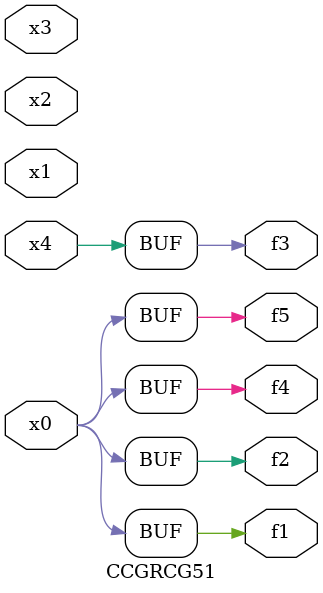
<source format=v>
module CCGRCG51(
	input x0, x1, x2, x3, x4,
	output f1, f2, f3, f4, f5
);
	assign f1 = x0;
	assign f2 = x0;
	assign f3 = x4;
	assign f4 = x0;
	assign f5 = x0;
endmodule

</source>
